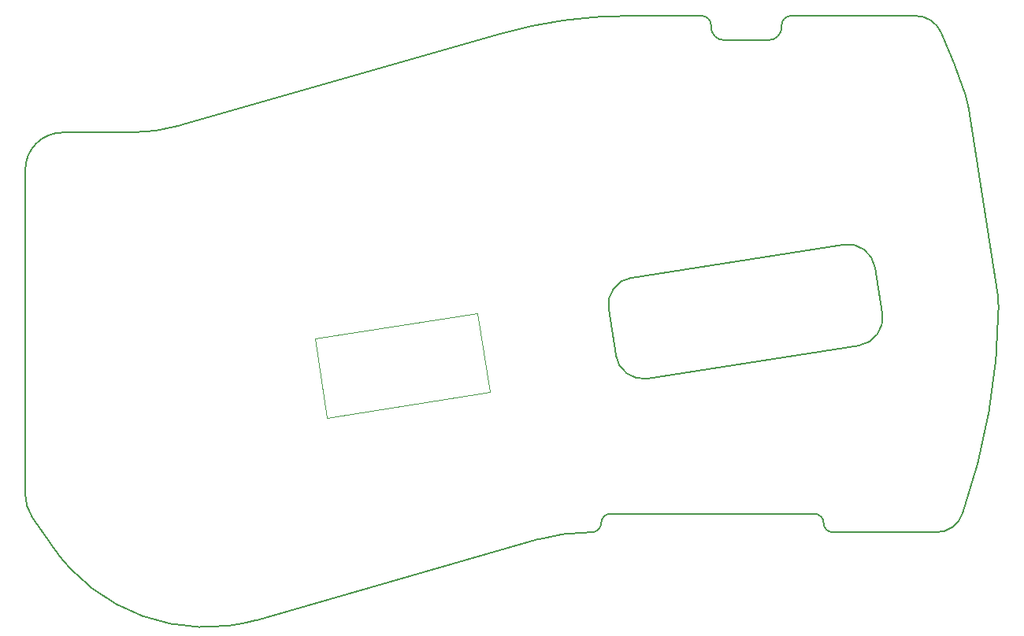
<source format=gbr>
%TF.GenerationSoftware,KiCad,Pcbnew,(6.0.10)*%
%TF.CreationDate,2023-01-19T15:07:25+01:00*%
%TF.ProjectId,QMKMouse,514d4b4d-6f75-4736-952e-6b696361645f,2.001*%
%TF.SameCoordinates,PX5c0b167PY839143b*%
%TF.FileFunction,Profile,NP*%
%FSLAX45Y45*%
G04 Gerber Fmt 4.5, Leading zero omitted, Abs format (unit mm)*
G04 Created by KiCad (PCBNEW (6.0.10)) date 2023-01-19 15:07:25*
%MOMM*%
%LPD*%
G01*
G04 APERTURE LIST*
%TA.AperFunction,Profile*%
%ADD10C,0.200000*%
%TD*%
%TA.AperFunction,Profile*%
%ADD11C,0.050000*%
%TD*%
%TA.AperFunction,Profile*%
%ADD12C,0.100000*%
%TD*%
G04 APERTURE END LIST*
D10*
X8961246Y3029454D02*
X6688857Y2674139D01*
X6518924Y3760933D02*
X8791313Y4116249D01*
X400012Y5319703D02*
G75*
G03*
X12Y4919701I7J-400007D01*
G01*
X7990090Y6315012D02*
X7510090Y6315012D01*
X6346112Y2924192D02*
G75*
G03*
X6688857Y2674139I296397J46344D01*
G01*
X10073537Y1221194D02*
G75*
G03*
X10461271Y3445588I-6611896J2298509D01*
G01*
X8961246Y3029454D02*
G75*
G03*
X9211299Y3372198I-46337J296392D01*
G01*
X9568893Y6575012D02*
X8230090Y6575012D01*
X6090000Y1020005D02*
G75*
G03*
X6190000Y1120000I9J99991D01*
G01*
X8130090Y6475012D02*
X8130090Y6455012D01*
X286957Y874821D02*
X69312Y1194674D01*
X5102321Y6381321D02*
X1670205Y5397177D01*
X10461271Y3445588D02*
G75*
G03*
X10449322Y3610660I-1000001J10588D01*
G01*
X9134062Y3866196D02*
G75*
G03*
X8791313Y4116249I-296402J-46350D01*
G01*
X8680000Y1020000D02*
X9790170Y1019701D01*
X1118930Y5319701D02*
G75*
G03*
X1670205Y5397177I-11J2000085D01*
G01*
X9842352Y6398384D02*
G75*
G03*
X9568893Y6575012I-273462J-123379D01*
G01*
X6480508Y6575012D02*
G75*
G03*
X5102321Y6381321I2J-5000006D01*
G01*
X7370096Y6455012D02*
G75*
G03*
X7510090Y6315012I139994J-6D01*
G01*
D11*
X10461271Y3445588D02*
X10461271Y3445588D01*
D10*
X7990090Y6315015D02*
G75*
G03*
X8130090Y6455012I9J139991D01*
G01*
X10104548Y5726979D02*
G75*
G03*
X9842352Y6398384I-6642679J-2207193D01*
G01*
X6518924Y3760930D02*
G75*
G03*
X6268870Y3418190I46325J-296384D01*
G01*
X10449322Y3610660D02*
X10143560Y5566139D01*
X9790170Y1019703D02*
G75*
G03*
X10073537Y1221194I-1J300003D01*
G01*
D11*
X12Y1419701D02*
X12Y1427100D01*
D10*
X286956Y874820D02*
G75*
G03*
X2491733Y77436I1653503J1125145D01*
G01*
X6058885Y1019701D02*
G75*
G03*
X5507610Y942224I14J-2000105D01*
G01*
X1073400Y5319701D02*
X400012Y5319701D01*
X8579993Y1120000D02*
G75*
G03*
X8680000Y1020000I100006J6D01*
G01*
X7370096Y6475012D02*
G75*
G03*
X7270090Y6575012I-100006J-7D01*
G01*
X6346113Y2924192D02*
X6268870Y3418190D01*
X12Y4919701D02*
X12Y1427100D01*
X6058885Y1019701D02*
X6090000Y1020000D01*
X6290000Y1219995D02*
G75*
G03*
X6190000Y1120000I-11J-99989D01*
G01*
X2491733Y77436D02*
X5507610Y942224D01*
X7270090Y6575012D02*
X6480508Y6575012D01*
X13Y1419701D02*
G75*
G03*
X69312Y1194674I399987J-5D01*
G01*
X8230090Y6575015D02*
G75*
G03*
X8130090Y6475012I9J-100009D01*
G01*
X1073400Y5319701D02*
X1118930Y5319701D01*
X7370090Y6475012D02*
X7370090Y6455012D01*
X6290000Y1220000D02*
X8480000Y1220000D01*
X10143560Y5566138D02*
G75*
G03*
X10104549Y5726979I-988040J-154493D01*
G01*
X8579993Y1120000D02*
G75*
G03*
X8480000Y1220000I-99994J6D01*
G01*
X9134057Y3866195D02*
X9211299Y3372198D01*
D12*
%TO.C,MOS.U.2*%
X3111343Y3103326D02*
X4860094Y3376767D01*
X3244201Y2253651D02*
X4992952Y2527091D01*
X4860094Y3376767D02*
X4992952Y2527091D01*
X3111343Y3103326D02*
X3244201Y2253651D01*
%TD*%
M02*

</source>
